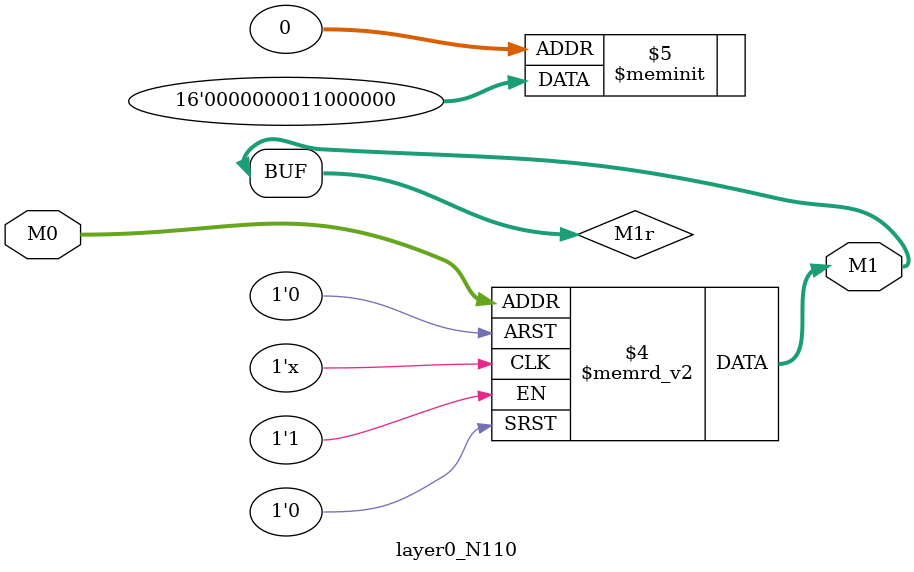
<source format=v>
module layer0_N110 ( input [2:0] M0, output [1:0] M1 );

	(*rom_style = "distributed" *) reg [1:0] M1r;
	assign M1 = M1r;
	always @ (M0) begin
		case (M0)
			3'b000: M1r = 2'b00;
			3'b100: M1r = 2'b00;
			3'b010: M1r = 2'b00;
			3'b110: M1r = 2'b00;
			3'b001: M1r = 2'b00;
			3'b101: M1r = 2'b00;
			3'b011: M1r = 2'b11;
			3'b111: M1r = 2'b00;

		endcase
	end
endmodule

</source>
